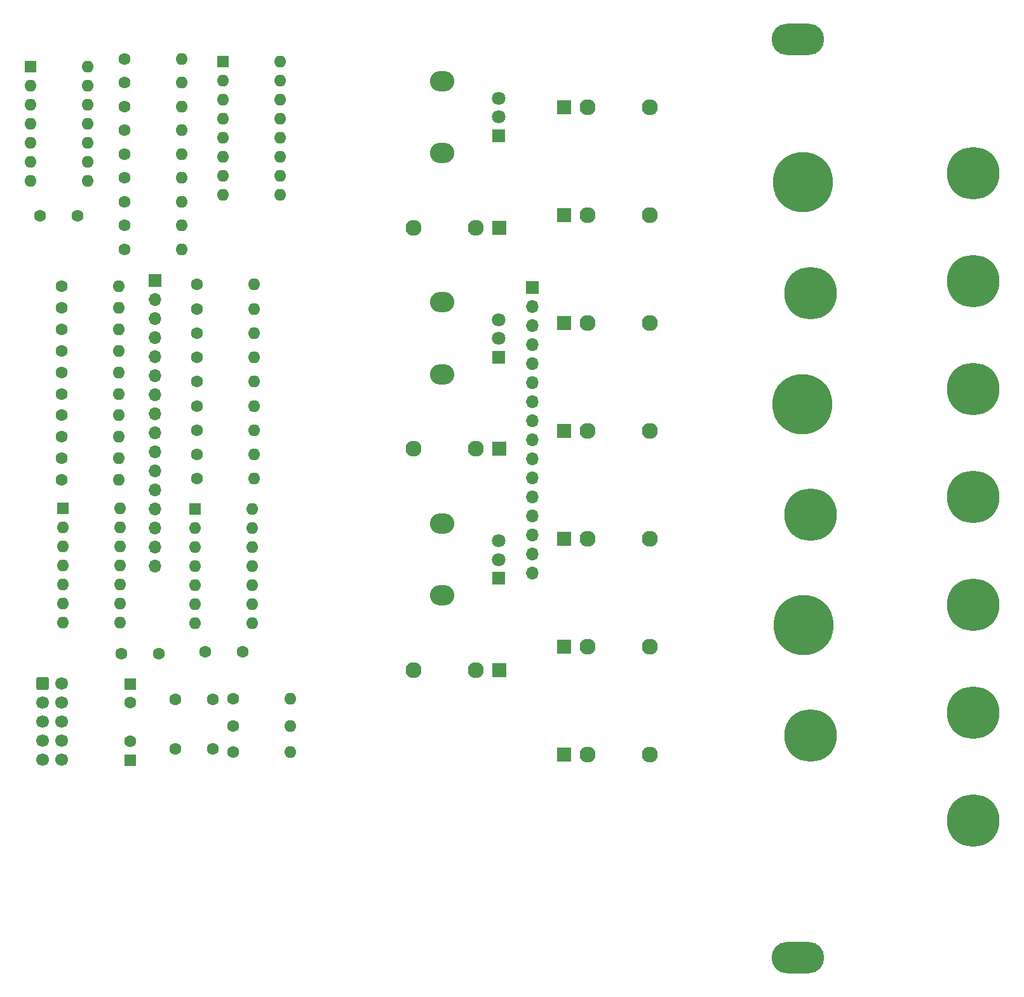
<source format=gbr>
%TF.GenerationSoftware,KiCad,Pcbnew,(6.0.0)*%
%TF.CreationDate,2022-10-15T20:50:49-04:00*%
%TF.ProjectId,ASVCA,41535643-412e-46b6-9963-61645f706362,rev?*%
%TF.SameCoordinates,Original*%
%TF.FileFunction,Soldermask,Bot*%
%TF.FilePolarity,Negative*%
%FSLAX46Y46*%
G04 Gerber Fmt 4.6, Leading zero omitted, Abs format (unit mm)*
G04 Created by KiCad (PCBNEW (6.0.0)) date 2022-10-15 20:50:49*
%MOMM*%
%LPD*%
G01*
G04 APERTURE LIST*
G04 Aperture macros list*
%AMRoundRect*
0 Rectangle with rounded corners*
0 $1 Rounding radius*
0 $2 $3 $4 $5 $6 $7 $8 $9 X,Y pos of 4 corners*
0 Add a 4 corners polygon primitive as box body*
4,1,4,$2,$3,$4,$5,$6,$7,$8,$9,$2,$3,0*
0 Add four circle primitives for the rounded corners*
1,1,$1+$1,$2,$3*
1,1,$1+$1,$4,$5*
1,1,$1+$1,$6,$7*
1,1,$1+$1,$8,$9*
0 Add four rect primitives between the rounded corners*
20,1,$1+$1,$2,$3,$4,$5,0*
20,1,$1+$1,$4,$5,$6,$7,0*
20,1,$1+$1,$6,$7,$8,$9,0*
20,1,$1+$1,$8,$9,$2,$3,0*%
G04 Aperture macros list end*
%ADD10R,1.600000X1.600000*%
%ADD11C,1.600000*%
%ADD12O,1.600000X1.600000*%
%ADD13O,3.240000X2.720000*%
%ADD14R,1.800000X1.800000*%
%ADD15C,1.800000*%
%ADD16R,1.830000X1.930000*%
%ADD17C,2.130000*%
%ADD18C,7.000000*%
%ADD19C,8.000000*%
%ADD20RoundRect,0.250000X-0.600000X-0.600000X0.600000X-0.600000X0.600000X0.600000X-0.600000X0.600000X0*%
%ADD21C,1.700000*%
%ADD22R,1.700000X1.700000*%
%ADD23O,1.700000X1.700000*%
%ADD24O,7.000000X4.200000*%
G04 APERTURE END LIST*
D10*
%TO.C,C1*%
X66675000Y-109284900D03*
D11*
X66675000Y-111784900D03*
%TD*%
%TO.C,R3*%
X80391000Y-111252000D03*
D12*
X88011000Y-111252000D03*
%TD*%
D11*
%TO.C,R25*%
X75565000Y-65722500D03*
D12*
X83185000Y-65722500D03*
%TD*%
D13*
%TO.C,RV3*%
X108269000Y-87884600D03*
X108269000Y-97484600D03*
D14*
X115769000Y-95184600D03*
D15*
X115769000Y-92684600D03*
X115769000Y-90184600D03*
%TD*%
D16*
%TO.C,J8*%
X124522000Y-75565000D03*
D17*
X135922000Y-75565000D03*
X127622000Y-75565000D03*
%TD*%
D11*
%TO.C,R30*%
X75565000Y-56007000D03*
D12*
X83185000Y-56007000D03*
%TD*%
D18*
%TO.C,-*%
X179028000Y-55541300D03*
%TD*%
%TO.C,-*%
X179028000Y-69934700D03*
%TD*%
D11*
%TO.C,R10*%
X57531000Y-79177400D03*
D12*
X65151000Y-79177400D03*
%TD*%
D11*
%TO.C,R2*%
X75565000Y-81915000D03*
D12*
X83185000Y-81915000D03*
%TD*%
D11*
%TO.C,R24*%
X75565000Y-62484000D03*
D12*
X83185000Y-62484000D03*
%TD*%
D11*
%TO.C,R7*%
X65913000Y-29083000D03*
D12*
X73533000Y-29083000D03*
%TD*%
D19*
%TO.C,REF\u002A\u002A*%
X156282000Y-42378000D03*
%TD*%
D16*
%TO.C,J2*%
X124522000Y-104351700D03*
D17*
X135922000Y-104351700D03*
X127622000Y-104351700D03*
%TD*%
D16*
%TO.C,J10*%
X115824000Y-48412400D03*
D17*
X104424000Y-48412400D03*
X112724000Y-48412400D03*
%TD*%
D11*
%TO.C,C3*%
X72684000Y-111379000D03*
X77684000Y-111379000D03*
%TD*%
D16*
%TO.C,J11*%
X124522000Y-46778300D03*
D17*
X135922000Y-46778300D03*
X127622000Y-46778300D03*
%TD*%
D11*
%TO.C,R5*%
X65913000Y-38608000D03*
D12*
X73533000Y-38608000D03*
%TD*%
D11*
%TO.C,R21*%
X57531000Y-61990100D03*
D12*
X65151000Y-61990100D03*
%TD*%
D11*
%TO.C,R18*%
X57531000Y-64854700D03*
D12*
X65151000Y-64854700D03*
%TD*%
D11*
%TO.C,R31*%
X75565000Y-75438000D03*
D12*
X83185000Y-75438000D03*
%TD*%
D18*
%TO.C,-*%
X179028000Y-127508000D03*
%TD*%
D11*
%TO.C,R4*%
X80391000Y-114935000D03*
D12*
X88011000Y-114935000D03*
%TD*%
D20*
%TO.C,J1*%
X55000500Y-109220000D03*
D21*
X57540500Y-109220000D03*
X55000500Y-111760000D03*
X57540500Y-111760000D03*
X55000500Y-114300000D03*
X57540500Y-114300000D03*
X55000500Y-116840000D03*
X57540500Y-116840000D03*
X55000500Y-119380000D03*
X57540500Y-119380000D03*
%TD*%
D10*
%TO.C,U2*%
X53350000Y-26919000D03*
D12*
X53350000Y-29459000D03*
X53350000Y-31999000D03*
X53350000Y-34539000D03*
X53350000Y-37079000D03*
X53350000Y-39619000D03*
X53350000Y-42159000D03*
X60970000Y-42159000D03*
X60970000Y-39619000D03*
X60970000Y-37079000D03*
X60970000Y-34539000D03*
X60970000Y-31999000D03*
X60970000Y-29459000D03*
X60970000Y-26919000D03*
%TD*%
D11*
%TO.C,R15*%
X65913000Y-44958000D03*
D12*
X73533000Y-44958000D03*
%TD*%
D11*
%TO.C,R6*%
X57531000Y-67719200D03*
D12*
X65151000Y-67719200D03*
%TD*%
D16*
%TO.C,J9*%
X124522000Y-32385000D03*
D17*
X135922000Y-32385000D03*
X127622000Y-32385000D03*
%TD*%
D16*
%TO.C,J3*%
X124522000Y-89958300D03*
D17*
X135922000Y-89958300D03*
X127622000Y-89958300D03*
%TD*%
D11*
%TO.C,R19*%
X57531000Y-70583800D03*
D12*
X65151000Y-70583800D03*
%TD*%
D18*
%TO.C,-*%
X179028000Y-84328000D03*
%TD*%
D19*
%TO.C,REF\u002A\u002A*%
X156402000Y-101473000D03*
%TD*%
D16*
%TO.C,J7*%
X115824000Y-77927200D03*
D17*
X104424000Y-77927200D03*
X112724000Y-77927200D03*
%TD*%
D11*
%TO.C,C5*%
X59650000Y-46863000D03*
X54650000Y-46863000D03*
%TD*%
%TO.C,C4*%
X72684000Y-117983000D03*
X77684000Y-117983000D03*
%TD*%
%TO.C,R9*%
X65913000Y-35433000D03*
D12*
X73533000Y-35433000D03*
%TD*%
D10*
%TO.C,C2*%
X66675000Y-119442100D03*
D11*
X66675000Y-116942100D03*
%TD*%
%TO.C,R27*%
X75565000Y-59245500D03*
D12*
X83185000Y-59245500D03*
%TD*%
D16*
%TO.C,J6*%
X124522000Y-61171700D03*
D17*
X135922000Y-61171700D03*
X127622000Y-61171700D03*
%TD*%
D11*
%TO.C,R17*%
X57531000Y-82042000D03*
D12*
X65151000Y-82042000D03*
%TD*%
D11*
%TO.C,R28*%
X75565000Y-78676500D03*
D12*
X83185000Y-78676500D03*
%TD*%
D10*
%TO.C,U3*%
X57668000Y-85847000D03*
D12*
X57668000Y-88387000D03*
X57668000Y-90927000D03*
X57668000Y-93467000D03*
X57668000Y-96007000D03*
X57668000Y-98547000D03*
X57668000Y-101087000D03*
X65288000Y-101087000D03*
X65288000Y-98547000D03*
X65288000Y-96007000D03*
X65288000Y-93467000D03*
X65288000Y-90927000D03*
X65288000Y-88387000D03*
X65288000Y-85847000D03*
%TD*%
D11*
%TO.C,C6*%
X65445000Y-105283000D03*
X70445000Y-105283000D03*
%TD*%
%TO.C,R20*%
X57531000Y-76312900D03*
D12*
X65151000Y-76312900D03*
%TD*%
D16*
%TO.C,J4*%
X115824000Y-107442000D03*
D17*
X104424000Y-107442000D03*
X112724000Y-107442000D03*
%TD*%
D11*
%TO.C,R26*%
X75565000Y-68961000D03*
D12*
X83185000Y-68961000D03*
%TD*%
D16*
%TO.C,J5*%
X124522000Y-118745000D03*
D17*
X135922000Y-118745000D03*
X127622000Y-118745000D03*
%TD*%
D11*
%TO.C,R12*%
X65913000Y-32258000D03*
D12*
X73533000Y-32258000D03*
%TD*%
D11*
%TO.C,R14*%
X65913000Y-48133000D03*
D12*
X73533000Y-48133000D03*
%TD*%
D13*
%TO.C,RV2*%
X108269000Y-67969800D03*
X108269000Y-58369800D03*
D14*
X115769000Y-65669800D03*
D15*
X115769000Y-63169800D03*
X115769000Y-60669800D03*
%TD*%
D22*
%TO.C,J13*%
X120269000Y-56388000D03*
D23*
X120269000Y-58928000D03*
X120269000Y-61468000D03*
X120269000Y-64008000D03*
X120269000Y-66548000D03*
X120269000Y-69088000D03*
X120269000Y-71628000D03*
X120269000Y-74168000D03*
X120269000Y-76708000D03*
X120269000Y-79248000D03*
X120269000Y-81788000D03*
X120269000Y-84328000D03*
X120269000Y-86868000D03*
X120269000Y-89408000D03*
X120269000Y-91948000D03*
X120269000Y-94488000D03*
%TD*%
D19*
%TO.C,REF\u002A\u002A*%
X156275000Y-71932800D03*
%TD*%
D10*
%TO.C,U1*%
X79004000Y-26279000D03*
D12*
X79004000Y-28819000D03*
X79004000Y-31359000D03*
X79004000Y-33899000D03*
X79004000Y-36439000D03*
X79004000Y-38979000D03*
X79004000Y-41519000D03*
X79004000Y-44059000D03*
X86624000Y-44059000D03*
X86624000Y-41519000D03*
X86624000Y-38979000D03*
X86624000Y-36439000D03*
X86624000Y-33899000D03*
X86624000Y-31359000D03*
X86624000Y-28819000D03*
X86624000Y-26279000D03*
%TD*%
D18*
%TO.C,-*%
X179028000Y-98721300D03*
%TD*%
D24*
%TO.C,REF\u002A\u002A*%
X155654000Y-23280000D03*
X155654000Y-145780000D03*
%TD*%
D11*
%TO.C,R8*%
X65913000Y-41783000D03*
D12*
X73533000Y-41783000D03*
%TD*%
D22*
%TO.C,J12*%
X69977000Y-55499000D03*
D23*
X69977000Y-58039000D03*
X69977000Y-60579000D03*
X69977000Y-63119000D03*
X69977000Y-65659000D03*
X69977000Y-68199000D03*
X69977000Y-70739000D03*
X69977000Y-73279000D03*
X69977000Y-75819000D03*
X69977000Y-78359000D03*
X69977000Y-80899000D03*
X69977000Y-83439000D03*
X69977000Y-85979000D03*
X69977000Y-88519000D03*
X69977000Y-91059000D03*
X69977000Y-93599000D03*
%TD*%
D18*
%TO.C,-*%
X157330000Y-57175400D03*
%TD*%
D13*
%TO.C,RV1*%
X108269000Y-28855000D03*
X108269000Y-38455000D03*
D14*
X115769000Y-36155000D03*
D15*
X115769000Y-33655000D03*
X115769000Y-31155000D03*
%TD*%
D11*
%TO.C,R22*%
X57531000Y-73448300D03*
D12*
X65151000Y-73448300D03*
%TD*%
D18*
%TO.C,-*%
X157330000Y-86690200D03*
%TD*%
D11*
%TO.C,C7*%
X76621000Y-105029000D03*
X81621000Y-105029000D03*
%TD*%
%TO.C,R29*%
X75565000Y-72199500D03*
D12*
X83185000Y-72199500D03*
%TD*%
D18*
%TO.C,-*%
X179028000Y-41148000D03*
%TD*%
D11*
%TO.C,R1*%
X80391000Y-118364000D03*
D12*
X88011000Y-118364000D03*
%TD*%
D11*
%TO.C,R16*%
X57531000Y-59125600D03*
D12*
X65151000Y-59125600D03*
%TD*%
D11*
%TO.C,R11*%
X65913000Y-51308000D03*
D12*
X73533000Y-51308000D03*
%TD*%
D18*
%TO.C,-*%
X157330000Y-116205000D03*
%TD*%
D11*
%TO.C,R23*%
X57531000Y-56261000D03*
D12*
X65151000Y-56261000D03*
%TD*%
D10*
%TO.C,U4*%
X75321000Y-85974000D03*
D12*
X75321000Y-88514000D03*
X75321000Y-91054000D03*
X75321000Y-93594000D03*
X75321000Y-96134000D03*
X75321000Y-98674000D03*
X75321000Y-101214000D03*
X82941000Y-101214000D03*
X82941000Y-98674000D03*
X82941000Y-96134000D03*
X82941000Y-93594000D03*
X82941000Y-91054000D03*
X82941000Y-88514000D03*
X82941000Y-85974000D03*
%TD*%
D11*
%TO.C,R13*%
X65913000Y-25908000D03*
D12*
X73533000Y-25908000D03*
%TD*%
D18*
%TO.C,-*%
X179028000Y-113114700D03*
%TD*%
M02*

</source>
